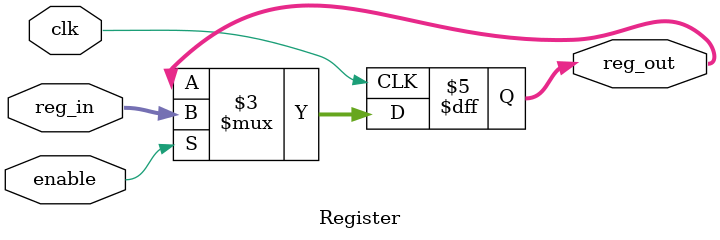
<source format=v>
module Register(input clk, enable,
                input [7:0] reg_in,
                output reg [7:0] reg_out);

    always@(posedge clk) begin
        if(enable==1)
            reg_out <= reg_in;
    end

endmodule
</source>
